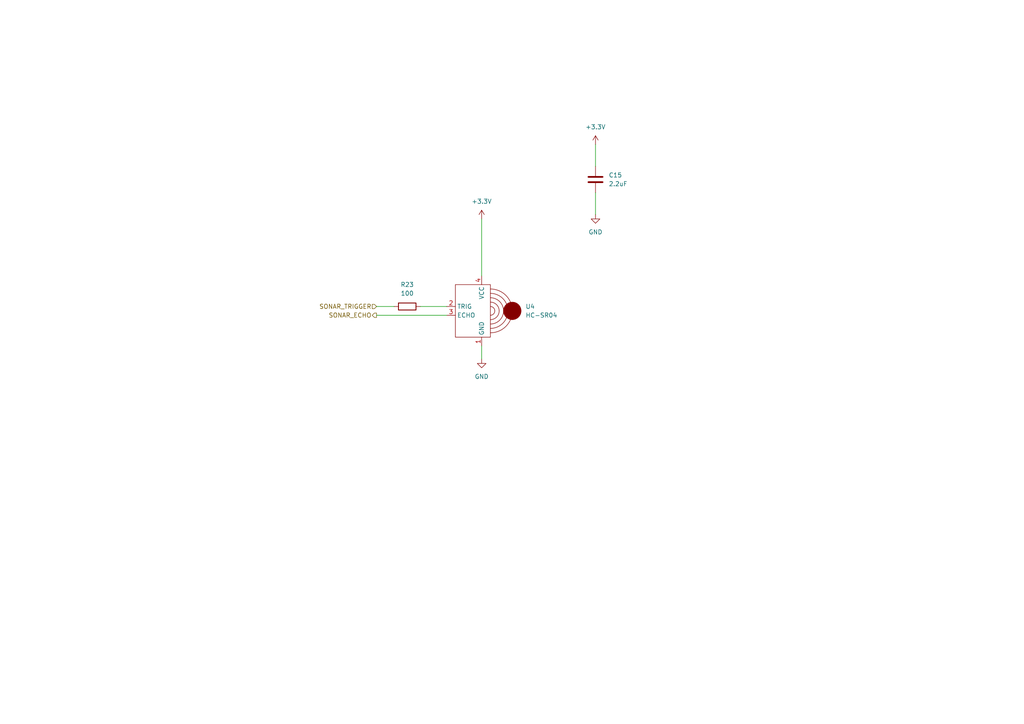
<source format=kicad_sch>
(kicad_sch (version 20230121) (generator eeschema)
  (paper "A4")
  (lib_symbols
    (symbol "Device:C" (pin_numbers hide) (pin_names (offset 0.254))
      (property "Reference" "C" (at 0.635 2.54 0))
      (property "Value" "C" (at 0.635 -2.54 0))
      (symbol "C_0_1"
        (polyline (pts (xy -2.032 -0.762) (xy 2.032 -0.762)) (stroke (width 0.508)))
        (polyline (pts (xy -2.032 0.762) (xy 2.032 0.762)) (stroke (width 0.508)))
      )
      (symbol "C_1_1"
        (pin passive line (at 0 3.81 270) (length 2.794) (name "~") (number "1"))
        (pin passive line (at 0 -3.81 90) (length 2.794) (name "~") (number "2"))
      )
    )
    (symbol "Device:R" (pin_numbers hide) (pin_names (offset 0))
      (property "Reference" "R" (at 2.032 0 90))
      (property "Value" "R" (at 0 0 90))
      (symbol "R_0_1"
        (rectangle (start -1.016 -2.54) (end 1.016 2.54) (stroke (width 0.254)))
      )
      (symbol "R_1_1"
        (pin passive line (at 0 3.81 270) (length 1.27) (name "~") (number "1"))
        (pin passive line (at 0 -3.81 90) (length 1.27) (name "~") (number "2"))
      )
    )
    (symbol "minimouse:HC-SR04"
      (property "Reference" "U" (at 0 0 0))
      (property "Value" "HC-SR04" (at 0 0 0))
      (symbol "HC-SR04_0_1"
        (rectangle (start -7.62 7.62) (end 2.54 -7.62))
        (arc (start 2.54 -6.35) (mid 7.0301 -4.4901) (end 8.89 0))
        (arc (start 2.54 -5.08) (mid 6.1321 -3.5921) (end 7.62 0))
        (arc (start 2.54 -3.81) (mid 5.2341 -2.6941) (end 6.35 0))
        (arc (start 2.54 -2.54) (mid 4.3361 -1.7961) (end 5.08 0))
        (arc (start 2.54 -1.27) (mid 3.438 -0.898) (end 3.81 0))
        (arc (start 3.81 0) (mid 3.438 0.898) (end 2.54 1.27))
        (arc (start 5.08 0) (mid 4.3361 1.7961) (end 2.54 2.54))
        (arc (start 6.35 0) (mid 5.2341 2.6941) (end 2.54 3.81))
        (arc (start 7.62 0) (mid 6.1321 3.5921) (end 2.54 5.08))
        (arc (start 8.89 0) (mid 7.0301 4.4901) (end 2.54 6.35))
      )
      (symbol "HC-SR04_1_1"
        (circle (center 8.89 0) (radius 2.54) (fill (type outline)))
        (pin power_in line (at 0 -10.16 90) (length 2.54) (name "GND") (number "1"))
        (pin input line (at -10.16 1.27 0) (length 2.54) (name "TRIG") (number "2"))
        (pin output line (at -10.16 -1.27 0) (length 2.54) (name "ECHO") (number "3"))
        (pin power_in line (at 0 10.16 270) (length 2.54) (name "VCC") (number "4"))
      )
    )
    (symbol "power:+3.3V" (power) (pin_names (offset 0))
      (property "Value" "+3.3V" (at 0 3.556 0))
      (symbol "+3.3V_0_1"
        (polyline (pts (xy -0.762 1.27) (xy 0 2.54)))
        (polyline (pts (xy 0 0) (xy 0 2.54)))
        (polyline (pts (xy 0 2.54) (xy 0.762 1.27)))
      )
      (symbol "+3.3V_1_1"
        (pin power_in line (at 0 0 90) (length 0) hide (name "+3.3V") (number "1"))
      )
    )
    (symbol "power:GND" (power) (pin_names (offset 0))
      (property "Value" "GND" (at 0 -3.81 0))
      (symbol "GND_0_1"
        (polyline (pts (xy 0 0) (xy 0 -1.27) (xy 1.27 -1.27) (xy 0 -2.54) (xy -1.27 -1.27) (xy 0 -1.27)))
      )
      (symbol "GND_1_1"
        (pin power_in line (at 0 0 270) (length 0) hide (name "GND") (number "1"))
      )
    )
  )
  (wire (pts (xy 109.22 88.9) (xy 114.3 88.9)))
  (wire (pts (xy 172.72 41.91) (xy 172.72 48.26)))
  (wire (pts (xy 139.7 100.33) (xy 139.7 104.14)))
  (wire (pts (xy 121.92 88.9) (xy 129.54 88.9)))
  (wire (pts (xy 172.72 55.88) (xy 172.72 62.23)))
  (wire (pts (xy 139.7 63.5) (xy 139.7 80.01)))
  (wire (pts (xy 109.22 91.44) (xy 129.54 91.44)))
  (hierarchical_label "SONAR_TRIGGER" (shape input) (at 109.22 88.9 180))
  (hierarchical_label "SONAR_ECHO" (shape output) (at 109.22 91.44 180))
  (symbol (lib_id "power:GND") (at 172.72 62.23 0) (unit 1)
    (property "Reference" "#PWR043" (effects hide))
    (property "Value" "GND" (at 172.72 67.31 0))
  )
  (symbol (lib_id "minimouse:HC-SR04") (at 139.7 90.17 0) (unit 1)
    (property "Reference" "U4" (at 152.4 88.9 0) (effects (justify left)))
    (property "Value" "HC-SR04" (at 152.4 91.44 0) (effects (justify left)))
    (property "Footprint" "minimouse:HC-SR04" (effects hide))
  )
  (symbol (lib_id "Device:C") (at 172.72 52.07 0) (unit 1)
    (property "Reference" "C15" (at 176.53 50.8 0) (effects (justify left)))
    (property "Value" "2.2uF" (at 176.53 53.34 0) (effects (justify left)))
    (property "Footprint" "Capacitor_SMD:C_0603_1608Metric" (effects hide))
  )
  (symbol (lib_id "Device:R") (at 118.11 88.9 90) (unit 1)
    (property "Reference" "R23" (at 118.11 82.55 90))
    (property "Value" "100" (at 118.11 85.09 90))
    (property "Footprint" "Resistor_SMD:R_0603_1608Metric" (effects hide))
  )
  (symbol (lib_id "power:GND") (at 139.7 104.14 0) (unit 1)
    (property "Reference" "#PWR032" (effects hide))
    (property "Value" "GND" (at 139.7 109.22 0))
  )
  (symbol (lib_id "power:+3.3V") (at 139.7 63.5 0) (unit 1)
    (property "Reference" "#PWR033" (effects hide))
    (property "Value" "+3.3V" (at 139.7 58.42 0))
  )
  (symbol (lib_id "power:+3.3V") (at 172.72 41.91 0) (unit 1)
    (property "Reference" "#PWR035" (effects hide))
    (property "Value" "+3.3V" (at 172.72 36.83 0))
  )
)
</source>
